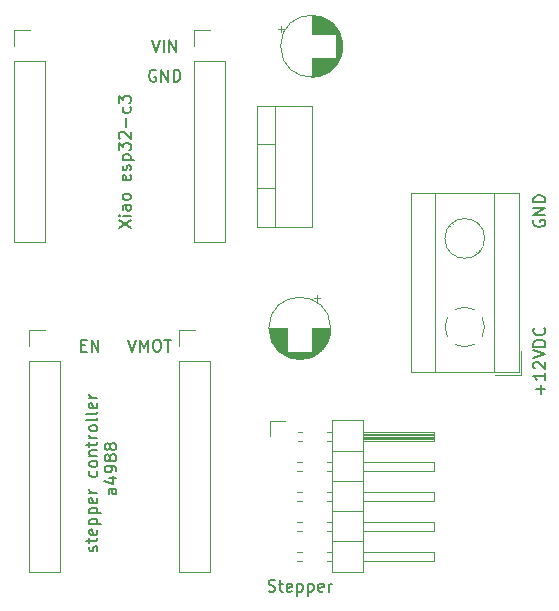
<source format=gto>
G04 #@! TF.GenerationSoftware,KiCad,Pcbnew,7.0.2*
G04 #@! TF.CreationDate,2023-06-02T09:34:51+02:00*
G04 #@! TF.ProjectId,split_flap,73706c69-745f-4666-9c61-702e6b696361,rev?*
G04 #@! TF.SameCoordinates,Original*
G04 #@! TF.FileFunction,Legend,Top*
G04 #@! TF.FilePolarity,Positive*
%FSLAX46Y46*%
G04 Gerber Fmt 4.6, Leading zero omitted, Abs format (unit mm)*
G04 Created by KiCad (PCBNEW 7.0.2) date 2023-06-02 09:34:51*
%MOMM*%
%LPD*%
G01*
G04 APERTURE LIST*
%ADD10C,0.150000*%
%ADD11C,0.120000*%
%ADD12C,3.200000*%
%ADD13R,1.700000X1.700000*%
%ADD14O,1.700000X1.700000*%
%ADD15R,2.500000X2.500000*%
%ADD16C,2.500000*%
%ADD17R,1.600000X1.600000*%
%ADD18C,1.600000*%
%ADD19R,2.000000X1.905000*%
%ADD20O,2.000000X1.905000*%
G04 APERTURE END LIST*
D10*
X80605000Y-88476192D02*
X80652619Y-88380954D01*
X80652619Y-88380954D02*
X80652619Y-88190478D01*
X80652619Y-88190478D02*
X80605000Y-88095240D01*
X80605000Y-88095240D02*
X80509761Y-88047621D01*
X80509761Y-88047621D02*
X80462142Y-88047621D01*
X80462142Y-88047621D02*
X80366904Y-88095240D01*
X80366904Y-88095240D02*
X80319285Y-88190478D01*
X80319285Y-88190478D02*
X80319285Y-88333335D01*
X80319285Y-88333335D02*
X80271666Y-88428573D01*
X80271666Y-88428573D02*
X80176428Y-88476192D01*
X80176428Y-88476192D02*
X80128809Y-88476192D01*
X80128809Y-88476192D02*
X80033571Y-88428573D01*
X80033571Y-88428573D02*
X79985952Y-88333335D01*
X79985952Y-88333335D02*
X79985952Y-88190478D01*
X79985952Y-88190478D02*
X80033571Y-88095240D01*
X79985952Y-87761906D02*
X79985952Y-87380954D01*
X79652619Y-87619049D02*
X80509761Y-87619049D01*
X80509761Y-87619049D02*
X80605000Y-87571430D01*
X80605000Y-87571430D02*
X80652619Y-87476192D01*
X80652619Y-87476192D02*
X80652619Y-87380954D01*
X80605000Y-86666668D02*
X80652619Y-86761906D01*
X80652619Y-86761906D02*
X80652619Y-86952382D01*
X80652619Y-86952382D02*
X80605000Y-87047620D01*
X80605000Y-87047620D02*
X80509761Y-87095239D01*
X80509761Y-87095239D02*
X80128809Y-87095239D01*
X80128809Y-87095239D02*
X80033571Y-87047620D01*
X80033571Y-87047620D02*
X79985952Y-86952382D01*
X79985952Y-86952382D02*
X79985952Y-86761906D01*
X79985952Y-86761906D02*
X80033571Y-86666668D01*
X80033571Y-86666668D02*
X80128809Y-86619049D01*
X80128809Y-86619049D02*
X80224047Y-86619049D01*
X80224047Y-86619049D02*
X80319285Y-87095239D01*
X79985952Y-86190477D02*
X80985952Y-86190477D01*
X80033571Y-86190477D02*
X79985952Y-86095239D01*
X79985952Y-86095239D02*
X79985952Y-85904763D01*
X79985952Y-85904763D02*
X80033571Y-85809525D01*
X80033571Y-85809525D02*
X80081190Y-85761906D01*
X80081190Y-85761906D02*
X80176428Y-85714287D01*
X80176428Y-85714287D02*
X80462142Y-85714287D01*
X80462142Y-85714287D02*
X80557380Y-85761906D01*
X80557380Y-85761906D02*
X80605000Y-85809525D01*
X80605000Y-85809525D02*
X80652619Y-85904763D01*
X80652619Y-85904763D02*
X80652619Y-86095239D01*
X80652619Y-86095239D02*
X80605000Y-86190477D01*
X79985952Y-85285715D02*
X80985952Y-85285715D01*
X80033571Y-85285715D02*
X79985952Y-85190477D01*
X79985952Y-85190477D02*
X79985952Y-85000001D01*
X79985952Y-85000001D02*
X80033571Y-84904763D01*
X80033571Y-84904763D02*
X80081190Y-84857144D01*
X80081190Y-84857144D02*
X80176428Y-84809525D01*
X80176428Y-84809525D02*
X80462142Y-84809525D01*
X80462142Y-84809525D02*
X80557380Y-84857144D01*
X80557380Y-84857144D02*
X80605000Y-84904763D01*
X80605000Y-84904763D02*
X80652619Y-85000001D01*
X80652619Y-85000001D02*
X80652619Y-85190477D01*
X80652619Y-85190477D02*
X80605000Y-85285715D01*
X80605000Y-84000001D02*
X80652619Y-84095239D01*
X80652619Y-84095239D02*
X80652619Y-84285715D01*
X80652619Y-84285715D02*
X80605000Y-84380953D01*
X80605000Y-84380953D02*
X80509761Y-84428572D01*
X80509761Y-84428572D02*
X80128809Y-84428572D01*
X80128809Y-84428572D02*
X80033571Y-84380953D01*
X80033571Y-84380953D02*
X79985952Y-84285715D01*
X79985952Y-84285715D02*
X79985952Y-84095239D01*
X79985952Y-84095239D02*
X80033571Y-84000001D01*
X80033571Y-84000001D02*
X80128809Y-83952382D01*
X80128809Y-83952382D02*
X80224047Y-83952382D01*
X80224047Y-83952382D02*
X80319285Y-84428572D01*
X80652619Y-83523810D02*
X79985952Y-83523810D01*
X80176428Y-83523810D02*
X80081190Y-83476191D01*
X80081190Y-83476191D02*
X80033571Y-83428572D01*
X80033571Y-83428572D02*
X79985952Y-83333334D01*
X79985952Y-83333334D02*
X79985952Y-83238096D01*
X80605000Y-81714286D02*
X80652619Y-81809524D01*
X80652619Y-81809524D02*
X80652619Y-82000000D01*
X80652619Y-82000000D02*
X80605000Y-82095238D01*
X80605000Y-82095238D02*
X80557380Y-82142857D01*
X80557380Y-82142857D02*
X80462142Y-82190476D01*
X80462142Y-82190476D02*
X80176428Y-82190476D01*
X80176428Y-82190476D02*
X80081190Y-82142857D01*
X80081190Y-82142857D02*
X80033571Y-82095238D01*
X80033571Y-82095238D02*
X79985952Y-82000000D01*
X79985952Y-82000000D02*
X79985952Y-81809524D01*
X79985952Y-81809524D02*
X80033571Y-81714286D01*
X80652619Y-81142857D02*
X80605000Y-81238095D01*
X80605000Y-81238095D02*
X80557380Y-81285714D01*
X80557380Y-81285714D02*
X80462142Y-81333333D01*
X80462142Y-81333333D02*
X80176428Y-81333333D01*
X80176428Y-81333333D02*
X80081190Y-81285714D01*
X80081190Y-81285714D02*
X80033571Y-81238095D01*
X80033571Y-81238095D02*
X79985952Y-81142857D01*
X79985952Y-81142857D02*
X79985952Y-81000000D01*
X79985952Y-81000000D02*
X80033571Y-80904762D01*
X80033571Y-80904762D02*
X80081190Y-80857143D01*
X80081190Y-80857143D02*
X80176428Y-80809524D01*
X80176428Y-80809524D02*
X80462142Y-80809524D01*
X80462142Y-80809524D02*
X80557380Y-80857143D01*
X80557380Y-80857143D02*
X80605000Y-80904762D01*
X80605000Y-80904762D02*
X80652619Y-81000000D01*
X80652619Y-81000000D02*
X80652619Y-81142857D01*
X79985952Y-80380952D02*
X80652619Y-80380952D01*
X80081190Y-80380952D02*
X80033571Y-80333333D01*
X80033571Y-80333333D02*
X79985952Y-80238095D01*
X79985952Y-80238095D02*
X79985952Y-80095238D01*
X79985952Y-80095238D02*
X80033571Y-80000000D01*
X80033571Y-80000000D02*
X80128809Y-79952381D01*
X80128809Y-79952381D02*
X80652619Y-79952381D01*
X79985952Y-79619047D02*
X79985952Y-79238095D01*
X79652619Y-79476190D02*
X80509761Y-79476190D01*
X80509761Y-79476190D02*
X80605000Y-79428571D01*
X80605000Y-79428571D02*
X80652619Y-79333333D01*
X80652619Y-79333333D02*
X80652619Y-79238095D01*
X80652619Y-78904761D02*
X79985952Y-78904761D01*
X80176428Y-78904761D02*
X80081190Y-78857142D01*
X80081190Y-78857142D02*
X80033571Y-78809523D01*
X80033571Y-78809523D02*
X79985952Y-78714285D01*
X79985952Y-78714285D02*
X79985952Y-78619047D01*
X80652619Y-78142856D02*
X80605000Y-78238094D01*
X80605000Y-78238094D02*
X80557380Y-78285713D01*
X80557380Y-78285713D02*
X80462142Y-78333332D01*
X80462142Y-78333332D02*
X80176428Y-78333332D01*
X80176428Y-78333332D02*
X80081190Y-78285713D01*
X80081190Y-78285713D02*
X80033571Y-78238094D01*
X80033571Y-78238094D02*
X79985952Y-78142856D01*
X79985952Y-78142856D02*
X79985952Y-77999999D01*
X79985952Y-77999999D02*
X80033571Y-77904761D01*
X80033571Y-77904761D02*
X80081190Y-77857142D01*
X80081190Y-77857142D02*
X80176428Y-77809523D01*
X80176428Y-77809523D02*
X80462142Y-77809523D01*
X80462142Y-77809523D02*
X80557380Y-77857142D01*
X80557380Y-77857142D02*
X80605000Y-77904761D01*
X80605000Y-77904761D02*
X80652619Y-77999999D01*
X80652619Y-77999999D02*
X80652619Y-78142856D01*
X80652619Y-77238094D02*
X80605000Y-77333332D01*
X80605000Y-77333332D02*
X80509761Y-77380951D01*
X80509761Y-77380951D02*
X79652619Y-77380951D01*
X80652619Y-76714284D02*
X80605000Y-76809522D01*
X80605000Y-76809522D02*
X80509761Y-76857141D01*
X80509761Y-76857141D02*
X79652619Y-76857141D01*
X80605000Y-75952379D02*
X80652619Y-76047617D01*
X80652619Y-76047617D02*
X80652619Y-76238093D01*
X80652619Y-76238093D02*
X80605000Y-76333331D01*
X80605000Y-76333331D02*
X80509761Y-76380950D01*
X80509761Y-76380950D02*
X80128809Y-76380950D01*
X80128809Y-76380950D02*
X80033571Y-76333331D01*
X80033571Y-76333331D02*
X79985952Y-76238093D01*
X79985952Y-76238093D02*
X79985952Y-76047617D01*
X79985952Y-76047617D02*
X80033571Y-75952379D01*
X80033571Y-75952379D02*
X80128809Y-75904760D01*
X80128809Y-75904760D02*
X80224047Y-75904760D01*
X80224047Y-75904760D02*
X80319285Y-76380950D01*
X80652619Y-75476188D02*
X79985952Y-75476188D01*
X80176428Y-75476188D02*
X80081190Y-75428569D01*
X80081190Y-75428569D02*
X80033571Y-75380950D01*
X80033571Y-75380950D02*
X79985952Y-75285712D01*
X79985952Y-75285712D02*
X79985952Y-75190474D01*
X82272619Y-83190476D02*
X81748809Y-83190476D01*
X81748809Y-83190476D02*
X81653571Y-83238095D01*
X81653571Y-83238095D02*
X81605952Y-83333333D01*
X81605952Y-83333333D02*
X81605952Y-83523809D01*
X81605952Y-83523809D02*
X81653571Y-83619047D01*
X82225000Y-83190476D02*
X82272619Y-83285714D01*
X82272619Y-83285714D02*
X82272619Y-83523809D01*
X82272619Y-83523809D02*
X82225000Y-83619047D01*
X82225000Y-83619047D02*
X82129761Y-83666666D01*
X82129761Y-83666666D02*
X82034523Y-83666666D01*
X82034523Y-83666666D02*
X81939285Y-83619047D01*
X81939285Y-83619047D02*
X81891666Y-83523809D01*
X81891666Y-83523809D02*
X81891666Y-83285714D01*
X81891666Y-83285714D02*
X81844047Y-83190476D01*
X81605952Y-82285714D02*
X82272619Y-82285714D01*
X81225000Y-82523809D02*
X81939285Y-82761904D01*
X81939285Y-82761904D02*
X81939285Y-82142857D01*
X82272619Y-81714285D02*
X82272619Y-81523809D01*
X82272619Y-81523809D02*
X82225000Y-81428571D01*
X82225000Y-81428571D02*
X82177380Y-81380952D01*
X82177380Y-81380952D02*
X82034523Y-81285714D01*
X82034523Y-81285714D02*
X81844047Y-81238095D01*
X81844047Y-81238095D02*
X81463095Y-81238095D01*
X81463095Y-81238095D02*
X81367857Y-81285714D01*
X81367857Y-81285714D02*
X81320238Y-81333333D01*
X81320238Y-81333333D02*
X81272619Y-81428571D01*
X81272619Y-81428571D02*
X81272619Y-81619047D01*
X81272619Y-81619047D02*
X81320238Y-81714285D01*
X81320238Y-81714285D02*
X81367857Y-81761904D01*
X81367857Y-81761904D02*
X81463095Y-81809523D01*
X81463095Y-81809523D02*
X81701190Y-81809523D01*
X81701190Y-81809523D02*
X81796428Y-81761904D01*
X81796428Y-81761904D02*
X81844047Y-81714285D01*
X81844047Y-81714285D02*
X81891666Y-81619047D01*
X81891666Y-81619047D02*
X81891666Y-81428571D01*
X81891666Y-81428571D02*
X81844047Y-81333333D01*
X81844047Y-81333333D02*
X81796428Y-81285714D01*
X81796428Y-81285714D02*
X81701190Y-81238095D01*
X81701190Y-80666666D02*
X81653571Y-80761904D01*
X81653571Y-80761904D02*
X81605952Y-80809523D01*
X81605952Y-80809523D02*
X81510714Y-80857142D01*
X81510714Y-80857142D02*
X81463095Y-80857142D01*
X81463095Y-80857142D02*
X81367857Y-80809523D01*
X81367857Y-80809523D02*
X81320238Y-80761904D01*
X81320238Y-80761904D02*
X81272619Y-80666666D01*
X81272619Y-80666666D02*
X81272619Y-80476190D01*
X81272619Y-80476190D02*
X81320238Y-80380952D01*
X81320238Y-80380952D02*
X81367857Y-80333333D01*
X81367857Y-80333333D02*
X81463095Y-80285714D01*
X81463095Y-80285714D02*
X81510714Y-80285714D01*
X81510714Y-80285714D02*
X81605952Y-80333333D01*
X81605952Y-80333333D02*
X81653571Y-80380952D01*
X81653571Y-80380952D02*
X81701190Y-80476190D01*
X81701190Y-80476190D02*
X81701190Y-80666666D01*
X81701190Y-80666666D02*
X81748809Y-80761904D01*
X81748809Y-80761904D02*
X81796428Y-80809523D01*
X81796428Y-80809523D02*
X81891666Y-80857142D01*
X81891666Y-80857142D02*
X82082142Y-80857142D01*
X82082142Y-80857142D02*
X82177380Y-80809523D01*
X82177380Y-80809523D02*
X82225000Y-80761904D01*
X82225000Y-80761904D02*
X82272619Y-80666666D01*
X82272619Y-80666666D02*
X82272619Y-80476190D01*
X82272619Y-80476190D02*
X82225000Y-80380952D01*
X82225000Y-80380952D02*
X82177380Y-80333333D01*
X82177380Y-80333333D02*
X82082142Y-80285714D01*
X82082142Y-80285714D02*
X81891666Y-80285714D01*
X81891666Y-80285714D02*
X81796428Y-80333333D01*
X81796428Y-80333333D02*
X81748809Y-80380952D01*
X81748809Y-80380952D02*
X81701190Y-80476190D01*
X81701190Y-79714285D02*
X81653571Y-79809523D01*
X81653571Y-79809523D02*
X81605952Y-79857142D01*
X81605952Y-79857142D02*
X81510714Y-79904761D01*
X81510714Y-79904761D02*
X81463095Y-79904761D01*
X81463095Y-79904761D02*
X81367857Y-79857142D01*
X81367857Y-79857142D02*
X81320238Y-79809523D01*
X81320238Y-79809523D02*
X81272619Y-79714285D01*
X81272619Y-79714285D02*
X81272619Y-79523809D01*
X81272619Y-79523809D02*
X81320238Y-79428571D01*
X81320238Y-79428571D02*
X81367857Y-79380952D01*
X81367857Y-79380952D02*
X81463095Y-79333333D01*
X81463095Y-79333333D02*
X81510714Y-79333333D01*
X81510714Y-79333333D02*
X81605952Y-79380952D01*
X81605952Y-79380952D02*
X81653571Y-79428571D01*
X81653571Y-79428571D02*
X81701190Y-79523809D01*
X81701190Y-79523809D02*
X81701190Y-79714285D01*
X81701190Y-79714285D02*
X81748809Y-79809523D01*
X81748809Y-79809523D02*
X81796428Y-79857142D01*
X81796428Y-79857142D02*
X81891666Y-79904761D01*
X81891666Y-79904761D02*
X82082142Y-79904761D01*
X82082142Y-79904761D02*
X82177380Y-79857142D01*
X82177380Y-79857142D02*
X82225000Y-79809523D01*
X82225000Y-79809523D02*
X82272619Y-79714285D01*
X82272619Y-79714285D02*
X82272619Y-79523809D01*
X82272619Y-79523809D02*
X82225000Y-79428571D01*
X82225000Y-79428571D02*
X82177380Y-79380952D01*
X82177380Y-79380952D02*
X82082142Y-79333333D01*
X82082142Y-79333333D02*
X81891666Y-79333333D01*
X81891666Y-79333333D02*
X81796428Y-79380952D01*
X81796428Y-79380952D02*
X81748809Y-79428571D01*
X81748809Y-79428571D02*
X81701190Y-79523809D01*
X83280476Y-70582619D02*
X83613809Y-71582619D01*
X83613809Y-71582619D02*
X83947142Y-70582619D01*
X84280476Y-71582619D02*
X84280476Y-70582619D01*
X84280476Y-70582619D02*
X84613809Y-71296904D01*
X84613809Y-71296904D02*
X84947142Y-70582619D01*
X84947142Y-70582619D02*
X84947142Y-71582619D01*
X85613809Y-70582619D02*
X85804285Y-70582619D01*
X85804285Y-70582619D02*
X85899523Y-70630238D01*
X85899523Y-70630238D02*
X85994761Y-70725476D01*
X85994761Y-70725476D02*
X86042380Y-70915952D01*
X86042380Y-70915952D02*
X86042380Y-71249285D01*
X86042380Y-71249285D02*
X85994761Y-71439761D01*
X85994761Y-71439761D02*
X85899523Y-71535000D01*
X85899523Y-71535000D02*
X85804285Y-71582619D01*
X85804285Y-71582619D02*
X85613809Y-71582619D01*
X85613809Y-71582619D02*
X85518571Y-71535000D01*
X85518571Y-71535000D02*
X85423333Y-71439761D01*
X85423333Y-71439761D02*
X85375714Y-71249285D01*
X85375714Y-71249285D02*
X85375714Y-70915952D01*
X85375714Y-70915952D02*
X85423333Y-70725476D01*
X85423333Y-70725476D02*
X85518571Y-70630238D01*
X85518571Y-70630238D02*
X85613809Y-70582619D01*
X86328095Y-70582619D02*
X86899523Y-70582619D01*
X86613809Y-71582619D02*
X86613809Y-70582619D01*
X117620238Y-60451904D02*
X117572619Y-60547142D01*
X117572619Y-60547142D02*
X117572619Y-60689999D01*
X117572619Y-60689999D02*
X117620238Y-60832856D01*
X117620238Y-60832856D02*
X117715476Y-60928094D01*
X117715476Y-60928094D02*
X117810714Y-60975713D01*
X117810714Y-60975713D02*
X118001190Y-61023332D01*
X118001190Y-61023332D02*
X118144047Y-61023332D01*
X118144047Y-61023332D02*
X118334523Y-60975713D01*
X118334523Y-60975713D02*
X118429761Y-60928094D01*
X118429761Y-60928094D02*
X118525000Y-60832856D01*
X118525000Y-60832856D02*
X118572619Y-60689999D01*
X118572619Y-60689999D02*
X118572619Y-60594761D01*
X118572619Y-60594761D02*
X118525000Y-60451904D01*
X118525000Y-60451904D02*
X118477380Y-60404285D01*
X118477380Y-60404285D02*
X118144047Y-60404285D01*
X118144047Y-60404285D02*
X118144047Y-60594761D01*
X118572619Y-59975713D02*
X117572619Y-59975713D01*
X117572619Y-59975713D02*
X118572619Y-59404285D01*
X118572619Y-59404285D02*
X117572619Y-59404285D01*
X118572619Y-58928094D02*
X117572619Y-58928094D01*
X117572619Y-58928094D02*
X117572619Y-58689999D01*
X117572619Y-58689999D02*
X117620238Y-58547142D01*
X117620238Y-58547142D02*
X117715476Y-58451904D01*
X117715476Y-58451904D02*
X117810714Y-58404285D01*
X117810714Y-58404285D02*
X118001190Y-58356666D01*
X118001190Y-58356666D02*
X118144047Y-58356666D01*
X118144047Y-58356666D02*
X118334523Y-58404285D01*
X118334523Y-58404285D02*
X118429761Y-58451904D01*
X118429761Y-58451904D02*
X118525000Y-58547142D01*
X118525000Y-58547142D02*
X118572619Y-58689999D01*
X118572619Y-58689999D02*
X118572619Y-58928094D01*
X85264762Y-45182619D02*
X85598095Y-46182619D01*
X85598095Y-46182619D02*
X85931428Y-45182619D01*
X86264762Y-46182619D02*
X86264762Y-45182619D01*
X86740952Y-46182619D02*
X86740952Y-45182619D01*
X86740952Y-45182619D02*
X87312380Y-46182619D01*
X87312380Y-46182619D02*
X87312380Y-45182619D01*
X95147142Y-91855000D02*
X95289999Y-91902619D01*
X95289999Y-91902619D02*
X95528094Y-91902619D01*
X95528094Y-91902619D02*
X95623332Y-91855000D01*
X95623332Y-91855000D02*
X95670951Y-91807380D01*
X95670951Y-91807380D02*
X95718570Y-91712142D01*
X95718570Y-91712142D02*
X95718570Y-91616904D01*
X95718570Y-91616904D02*
X95670951Y-91521666D01*
X95670951Y-91521666D02*
X95623332Y-91474047D01*
X95623332Y-91474047D02*
X95528094Y-91426428D01*
X95528094Y-91426428D02*
X95337618Y-91378809D01*
X95337618Y-91378809D02*
X95242380Y-91331190D01*
X95242380Y-91331190D02*
X95194761Y-91283571D01*
X95194761Y-91283571D02*
X95147142Y-91188333D01*
X95147142Y-91188333D02*
X95147142Y-91093095D01*
X95147142Y-91093095D02*
X95194761Y-90997857D01*
X95194761Y-90997857D02*
X95242380Y-90950238D01*
X95242380Y-90950238D02*
X95337618Y-90902619D01*
X95337618Y-90902619D02*
X95575713Y-90902619D01*
X95575713Y-90902619D02*
X95718570Y-90950238D01*
X96004285Y-91235952D02*
X96385237Y-91235952D01*
X96147142Y-90902619D02*
X96147142Y-91759761D01*
X96147142Y-91759761D02*
X96194761Y-91855000D01*
X96194761Y-91855000D02*
X96289999Y-91902619D01*
X96289999Y-91902619D02*
X96385237Y-91902619D01*
X97099523Y-91855000D02*
X97004285Y-91902619D01*
X97004285Y-91902619D02*
X96813809Y-91902619D01*
X96813809Y-91902619D02*
X96718571Y-91855000D01*
X96718571Y-91855000D02*
X96670952Y-91759761D01*
X96670952Y-91759761D02*
X96670952Y-91378809D01*
X96670952Y-91378809D02*
X96718571Y-91283571D01*
X96718571Y-91283571D02*
X96813809Y-91235952D01*
X96813809Y-91235952D02*
X97004285Y-91235952D01*
X97004285Y-91235952D02*
X97099523Y-91283571D01*
X97099523Y-91283571D02*
X97147142Y-91378809D01*
X97147142Y-91378809D02*
X97147142Y-91474047D01*
X97147142Y-91474047D02*
X96670952Y-91569285D01*
X97575714Y-91235952D02*
X97575714Y-92235952D01*
X97575714Y-91283571D02*
X97670952Y-91235952D01*
X97670952Y-91235952D02*
X97861428Y-91235952D01*
X97861428Y-91235952D02*
X97956666Y-91283571D01*
X97956666Y-91283571D02*
X98004285Y-91331190D01*
X98004285Y-91331190D02*
X98051904Y-91426428D01*
X98051904Y-91426428D02*
X98051904Y-91712142D01*
X98051904Y-91712142D02*
X98004285Y-91807380D01*
X98004285Y-91807380D02*
X97956666Y-91855000D01*
X97956666Y-91855000D02*
X97861428Y-91902619D01*
X97861428Y-91902619D02*
X97670952Y-91902619D01*
X97670952Y-91902619D02*
X97575714Y-91855000D01*
X98480476Y-91235952D02*
X98480476Y-92235952D01*
X98480476Y-91283571D02*
X98575714Y-91235952D01*
X98575714Y-91235952D02*
X98766190Y-91235952D01*
X98766190Y-91235952D02*
X98861428Y-91283571D01*
X98861428Y-91283571D02*
X98909047Y-91331190D01*
X98909047Y-91331190D02*
X98956666Y-91426428D01*
X98956666Y-91426428D02*
X98956666Y-91712142D01*
X98956666Y-91712142D02*
X98909047Y-91807380D01*
X98909047Y-91807380D02*
X98861428Y-91855000D01*
X98861428Y-91855000D02*
X98766190Y-91902619D01*
X98766190Y-91902619D02*
X98575714Y-91902619D01*
X98575714Y-91902619D02*
X98480476Y-91855000D01*
X99766190Y-91855000D02*
X99670952Y-91902619D01*
X99670952Y-91902619D02*
X99480476Y-91902619D01*
X99480476Y-91902619D02*
X99385238Y-91855000D01*
X99385238Y-91855000D02*
X99337619Y-91759761D01*
X99337619Y-91759761D02*
X99337619Y-91378809D01*
X99337619Y-91378809D02*
X99385238Y-91283571D01*
X99385238Y-91283571D02*
X99480476Y-91235952D01*
X99480476Y-91235952D02*
X99670952Y-91235952D01*
X99670952Y-91235952D02*
X99766190Y-91283571D01*
X99766190Y-91283571D02*
X99813809Y-91378809D01*
X99813809Y-91378809D02*
X99813809Y-91474047D01*
X99813809Y-91474047D02*
X99337619Y-91569285D01*
X100242381Y-91902619D02*
X100242381Y-91235952D01*
X100242381Y-91426428D02*
X100290000Y-91331190D01*
X100290000Y-91331190D02*
X100337619Y-91283571D01*
X100337619Y-91283571D02*
X100432857Y-91235952D01*
X100432857Y-91235952D02*
X100528095Y-91235952D01*
X79271905Y-71058809D02*
X79605238Y-71058809D01*
X79748095Y-71582619D02*
X79271905Y-71582619D01*
X79271905Y-71582619D02*
X79271905Y-70582619D01*
X79271905Y-70582619D02*
X79748095Y-70582619D01*
X80176667Y-71582619D02*
X80176667Y-70582619D01*
X80176667Y-70582619D02*
X80748095Y-71582619D01*
X80748095Y-71582619D02*
X80748095Y-70582619D01*
X85598095Y-47770238D02*
X85502857Y-47722619D01*
X85502857Y-47722619D02*
X85360000Y-47722619D01*
X85360000Y-47722619D02*
X85217143Y-47770238D01*
X85217143Y-47770238D02*
X85121905Y-47865476D01*
X85121905Y-47865476D02*
X85074286Y-47960714D01*
X85074286Y-47960714D02*
X85026667Y-48151190D01*
X85026667Y-48151190D02*
X85026667Y-48294047D01*
X85026667Y-48294047D02*
X85074286Y-48484523D01*
X85074286Y-48484523D02*
X85121905Y-48579761D01*
X85121905Y-48579761D02*
X85217143Y-48675000D01*
X85217143Y-48675000D02*
X85360000Y-48722619D01*
X85360000Y-48722619D02*
X85455238Y-48722619D01*
X85455238Y-48722619D02*
X85598095Y-48675000D01*
X85598095Y-48675000D02*
X85645714Y-48627380D01*
X85645714Y-48627380D02*
X85645714Y-48294047D01*
X85645714Y-48294047D02*
X85455238Y-48294047D01*
X86074286Y-48722619D02*
X86074286Y-47722619D01*
X86074286Y-47722619D02*
X86645714Y-48722619D01*
X86645714Y-48722619D02*
X86645714Y-47722619D01*
X87121905Y-48722619D02*
X87121905Y-47722619D01*
X87121905Y-47722619D02*
X87360000Y-47722619D01*
X87360000Y-47722619D02*
X87502857Y-47770238D01*
X87502857Y-47770238D02*
X87598095Y-47865476D01*
X87598095Y-47865476D02*
X87645714Y-47960714D01*
X87645714Y-47960714D02*
X87693333Y-48151190D01*
X87693333Y-48151190D02*
X87693333Y-48294047D01*
X87693333Y-48294047D02*
X87645714Y-48484523D01*
X87645714Y-48484523D02*
X87598095Y-48579761D01*
X87598095Y-48579761D02*
X87502857Y-48675000D01*
X87502857Y-48675000D02*
X87360000Y-48722619D01*
X87360000Y-48722619D02*
X87121905Y-48722619D01*
X118191666Y-75151904D02*
X118191666Y-74390000D01*
X118572619Y-74770952D02*
X117810714Y-74770952D01*
X118572619Y-73390000D02*
X118572619Y-73961428D01*
X118572619Y-73675714D02*
X117572619Y-73675714D01*
X117572619Y-73675714D02*
X117715476Y-73770952D01*
X117715476Y-73770952D02*
X117810714Y-73866190D01*
X117810714Y-73866190D02*
X117858333Y-73961428D01*
X117667857Y-73009047D02*
X117620238Y-72961428D01*
X117620238Y-72961428D02*
X117572619Y-72866190D01*
X117572619Y-72866190D02*
X117572619Y-72628095D01*
X117572619Y-72628095D02*
X117620238Y-72532857D01*
X117620238Y-72532857D02*
X117667857Y-72485238D01*
X117667857Y-72485238D02*
X117763095Y-72437619D01*
X117763095Y-72437619D02*
X117858333Y-72437619D01*
X117858333Y-72437619D02*
X118001190Y-72485238D01*
X118001190Y-72485238D02*
X118572619Y-73056666D01*
X118572619Y-73056666D02*
X118572619Y-72437619D01*
X117572619Y-72151904D02*
X118572619Y-71818571D01*
X118572619Y-71818571D02*
X117572619Y-71485238D01*
X118572619Y-71151904D02*
X117572619Y-71151904D01*
X117572619Y-71151904D02*
X117572619Y-70913809D01*
X117572619Y-70913809D02*
X117620238Y-70770952D01*
X117620238Y-70770952D02*
X117715476Y-70675714D01*
X117715476Y-70675714D02*
X117810714Y-70628095D01*
X117810714Y-70628095D02*
X118001190Y-70580476D01*
X118001190Y-70580476D02*
X118144047Y-70580476D01*
X118144047Y-70580476D02*
X118334523Y-70628095D01*
X118334523Y-70628095D02*
X118429761Y-70675714D01*
X118429761Y-70675714D02*
X118525000Y-70770952D01*
X118525000Y-70770952D02*
X118572619Y-70913809D01*
X118572619Y-70913809D02*
X118572619Y-71151904D01*
X118477380Y-69580476D02*
X118525000Y-69628095D01*
X118525000Y-69628095D02*
X118572619Y-69770952D01*
X118572619Y-69770952D02*
X118572619Y-69866190D01*
X118572619Y-69866190D02*
X118525000Y-70009047D01*
X118525000Y-70009047D02*
X118429761Y-70104285D01*
X118429761Y-70104285D02*
X118334523Y-70151904D01*
X118334523Y-70151904D02*
X118144047Y-70199523D01*
X118144047Y-70199523D02*
X118001190Y-70199523D01*
X118001190Y-70199523D02*
X117810714Y-70151904D01*
X117810714Y-70151904D02*
X117715476Y-70104285D01*
X117715476Y-70104285D02*
X117620238Y-70009047D01*
X117620238Y-70009047D02*
X117572619Y-69866190D01*
X117572619Y-69866190D02*
X117572619Y-69770952D01*
X117572619Y-69770952D02*
X117620238Y-69628095D01*
X117620238Y-69628095D02*
X117667857Y-69580476D01*
X82462619Y-61119047D02*
X83462619Y-60452381D01*
X82462619Y-60452381D02*
X83462619Y-61119047D01*
X83462619Y-60071428D02*
X82795952Y-60071428D01*
X82462619Y-60071428D02*
X82510238Y-60119047D01*
X82510238Y-60119047D02*
X82557857Y-60071428D01*
X82557857Y-60071428D02*
X82510238Y-60023809D01*
X82510238Y-60023809D02*
X82462619Y-60071428D01*
X82462619Y-60071428D02*
X82557857Y-60071428D01*
X83462619Y-59166667D02*
X82938809Y-59166667D01*
X82938809Y-59166667D02*
X82843571Y-59214286D01*
X82843571Y-59214286D02*
X82795952Y-59309524D01*
X82795952Y-59309524D02*
X82795952Y-59500000D01*
X82795952Y-59500000D02*
X82843571Y-59595238D01*
X83415000Y-59166667D02*
X83462619Y-59261905D01*
X83462619Y-59261905D02*
X83462619Y-59500000D01*
X83462619Y-59500000D02*
X83415000Y-59595238D01*
X83415000Y-59595238D02*
X83319761Y-59642857D01*
X83319761Y-59642857D02*
X83224523Y-59642857D01*
X83224523Y-59642857D02*
X83129285Y-59595238D01*
X83129285Y-59595238D02*
X83081666Y-59500000D01*
X83081666Y-59500000D02*
X83081666Y-59261905D01*
X83081666Y-59261905D02*
X83034047Y-59166667D01*
X83462619Y-58547619D02*
X83415000Y-58642857D01*
X83415000Y-58642857D02*
X83367380Y-58690476D01*
X83367380Y-58690476D02*
X83272142Y-58738095D01*
X83272142Y-58738095D02*
X82986428Y-58738095D01*
X82986428Y-58738095D02*
X82891190Y-58690476D01*
X82891190Y-58690476D02*
X82843571Y-58642857D01*
X82843571Y-58642857D02*
X82795952Y-58547619D01*
X82795952Y-58547619D02*
X82795952Y-58404762D01*
X82795952Y-58404762D02*
X82843571Y-58309524D01*
X82843571Y-58309524D02*
X82891190Y-58261905D01*
X82891190Y-58261905D02*
X82986428Y-58214286D01*
X82986428Y-58214286D02*
X83272142Y-58214286D01*
X83272142Y-58214286D02*
X83367380Y-58261905D01*
X83367380Y-58261905D02*
X83415000Y-58309524D01*
X83415000Y-58309524D02*
X83462619Y-58404762D01*
X83462619Y-58404762D02*
X83462619Y-58547619D01*
X83415000Y-56642857D02*
X83462619Y-56738095D01*
X83462619Y-56738095D02*
X83462619Y-56928571D01*
X83462619Y-56928571D02*
X83415000Y-57023809D01*
X83415000Y-57023809D02*
X83319761Y-57071428D01*
X83319761Y-57071428D02*
X82938809Y-57071428D01*
X82938809Y-57071428D02*
X82843571Y-57023809D01*
X82843571Y-57023809D02*
X82795952Y-56928571D01*
X82795952Y-56928571D02*
X82795952Y-56738095D01*
X82795952Y-56738095D02*
X82843571Y-56642857D01*
X82843571Y-56642857D02*
X82938809Y-56595238D01*
X82938809Y-56595238D02*
X83034047Y-56595238D01*
X83034047Y-56595238D02*
X83129285Y-57071428D01*
X83415000Y-56214285D02*
X83462619Y-56119047D01*
X83462619Y-56119047D02*
X83462619Y-55928571D01*
X83462619Y-55928571D02*
X83415000Y-55833333D01*
X83415000Y-55833333D02*
X83319761Y-55785714D01*
X83319761Y-55785714D02*
X83272142Y-55785714D01*
X83272142Y-55785714D02*
X83176904Y-55833333D01*
X83176904Y-55833333D02*
X83129285Y-55928571D01*
X83129285Y-55928571D02*
X83129285Y-56071428D01*
X83129285Y-56071428D02*
X83081666Y-56166666D01*
X83081666Y-56166666D02*
X82986428Y-56214285D01*
X82986428Y-56214285D02*
X82938809Y-56214285D01*
X82938809Y-56214285D02*
X82843571Y-56166666D01*
X82843571Y-56166666D02*
X82795952Y-56071428D01*
X82795952Y-56071428D02*
X82795952Y-55928571D01*
X82795952Y-55928571D02*
X82843571Y-55833333D01*
X82795952Y-55357142D02*
X83795952Y-55357142D01*
X82843571Y-55357142D02*
X82795952Y-55261904D01*
X82795952Y-55261904D02*
X82795952Y-55071428D01*
X82795952Y-55071428D02*
X82843571Y-54976190D01*
X82843571Y-54976190D02*
X82891190Y-54928571D01*
X82891190Y-54928571D02*
X82986428Y-54880952D01*
X82986428Y-54880952D02*
X83272142Y-54880952D01*
X83272142Y-54880952D02*
X83367380Y-54928571D01*
X83367380Y-54928571D02*
X83415000Y-54976190D01*
X83415000Y-54976190D02*
X83462619Y-55071428D01*
X83462619Y-55071428D02*
X83462619Y-55261904D01*
X83462619Y-55261904D02*
X83415000Y-55357142D01*
X82462619Y-54547618D02*
X82462619Y-53928571D01*
X82462619Y-53928571D02*
X82843571Y-54261904D01*
X82843571Y-54261904D02*
X82843571Y-54119047D01*
X82843571Y-54119047D02*
X82891190Y-54023809D01*
X82891190Y-54023809D02*
X82938809Y-53976190D01*
X82938809Y-53976190D02*
X83034047Y-53928571D01*
X83034047Y-53928571D02*
X83272142Y-53928571D01*
X83272142Y-53928571D02*
X83367380Y-53976190D01*
X83367380Y-53976190D02*
X83415000Y-54023809D01*
X83415000Y-54023809D02*
X83462619Y-54119047D01*
X83462619Y-54119047D02*
X83462619Y-54404761D01*
X83462619Y-54404761D02*
X83415000Y-54499999D01*
X83415000Y-54499999D02*
X83367380Y-54547618D01*
X82557857Y-53547618D02*
X82510238Y-53499999D01*
X82510238Y-53499999D02*
X82462619Y-53404761D01*
X82462619Y-53404761D02*
X82462619Y-53166666D01*
X82462619Y-53166666D02*
X82510238Y-53071428D01*
X82510238Y-53071428D02*
X82557857Y-53023809D01*
X82557857Y-53023809D02*
X82653095Y-52976190D01*
X82653095Y-52976190D02*
X82748333Y-52976190D01*
X82748333Y-52976190D02*
X82891190Y-53023809D01*
X82891190Y-53023809D02*
X83462619Y-53595237D01*
X83462619Y-53595237D02*
X83462619Y-52976190D01*
X83081666Y-52547618D02*
X83081666Y-51785714D01*
X83415000Y-50880952D02*
X83462619Y-50976190D01*
X83462619Y-50976190D02*
X83462619Y-51166666D01*
X83462619Y-51166666D02*
X83415000Y-51261904D01*
X83415000Y-51261904D02*
X83367380Y-51309523D01*
X83367380Y-51309523D02*
X83272142Y-51357142D01*
X83272142Y-51357142D02*
X82986428Y-51357142D01*
X82986428Y-51357142D02*
X82891190Y-51309523D01*
X82891190Y-51309523D02*
X82843571Y-51261904D01*
X82843571Y-51261904D02*
X82795952Y-51166666D01*
X82795952Y-51166666D02*
X82795952Y-50976190D01*
X82795952Y-50976190D02*
X82843571Y-50880952D01*
X82462619Y-50547618D02*
X82462619Y-49928571D01*
X82462619Y-49928571D02*
X82843571Y-50261904D01*
X82843571Y-50261904D02*
X82843571Y-50119047D01*
X82843571Y-50119047D02*
X82891190Y-50023809D01*
X82891190Y-50023809D02*
X82938809Y-49976190D01*
X82938809Y-49976190D02*
X83034047Y-49928571D01*
X83034047Y-49928571D02*
X83272142Y-49928571D01*
X83272142Y-49928571D02*
X83367380Y-49976190D01*
X83367380Y-49976190D02*
X83415000Y-50023809D01*
X83415000Y-50023809D02*
X83462619Y-50119047D01*
X83462619Y-50119047D02*
X83462619Y-50404761D01*
X83462619Y-50404761D02*
X83415000Y-50499999D01*
X83415000Y-50499999D02*
X83367380Y-50547618D01*
D11*
X74870000Y-69790000D02*
X76200000Y-69790000D01*
X74870000Y-71120000D02*
X74870000Y-69790000D01*
X74870000Y-72390000D02*
X74870000Y-90230000D01*
X74870000Y-72390000D02*
X77530000Y-72390000D01*
X74870000Y-90230000D02*
X77530000Y-90230000D01*
X77530000Y-72390000D02*
X77530000Y-90230000D01*
X114320000Y-73550000D02*
X116560000Y-73550000D01*
X116560000Y-73550000D02*
X116560000Y-71550000D01*
X107200000Y-73310000D02*
X116320000Y-73310000D01*
X107200000Y-73310000D02*
X107200000Y-58190000D01*
X109260000Y-73310000D02*
X109260000Y-58190000D01*
X114260000Y-73310000D02*
X114260000Y-58190000D01*
X116320000Y-73310000D02*
X116320000Y-58190000D01*
X112736000Y-63180000D02*
X112829000Y-63274000D01*
X112976000Y-63010000D02*
X113034000Y-63069000D01*
X110485000Y-60930000D02*
X110544000Y-60989000D01*
X110691000Y-60725000D02*
X110784000Y-60819000D01*
X107200000Y-58190000D02*
X116320000Y-58190000D01*
X110971000Y-70984000D02*
G75*
G03*
X112549089Y-70983953I789000J1483995D01*
G01*
X110276000Y-68711000D02*
G75*
G03*
X110276047Y-70289089I1483995J-789000D01*
G01*
X113243999Y-70289000D02*
G75*
G03*
X113440449Y-69470617I-1483994J788998D01*
G01*
X113439999Y-69500000D02*
G75*
G03*
X113243351Y-68711288I-1679999J0D01*
G01*
X112549000Y-68016000D02*
G75*
G03*
X110970911Y-68016048I-789000J-1484000D01*
G01*
X113440000Y-62000000D02*
G75*
G03*
X113440000Y-62000000I-1680000J0D01*
G01*
X95985225Y-44245000D02*
X96485225Y-44245000D01*
X96235225Y-43995000D02*
X96235225Y-44495000D01*
X98790000Y-43140000D02*
X98790000Y-44680000D01*
X98790000Y-46760000D02*
X98790000Y-48300000D01*
X98830000Y-43140000D02*
X98830000Y-44680000D01*
X98830000Y-46760000D02*
X98830000Y-48300000D01*
X98870000Y-43141000D02*
X98870000Y-44680000D01*
X98870000Y-46760000D02*
X98870000Y-48299000D01*
X98910000Y-43142000D02*
X98910000Y-44680000D01*
X98910000Y-46760000D02*
X98910000Y-48298000D01*
X98950000Y-43144000D02*
X98950000Y-44680000D01*
X98950000Y-46760000D02*
X98950000Y-48296000D01*
X98990000Y-43147000D02*
X98990000Y-44680000D01*
X98990000Y-46760000D02*
X98990000Y-48293000D01*
X99030000Y-43151000D02*
X99030000Y-44680000D01*
X99030000Y-46760000D02*
X99030000Y-48289000D01*
X99070000Y-43155000D02*
X99070000Y-44680000D01*
X99070000Y-46760000D02*
X99070000Y-48285000D01*
X99110000Y-43159000D02*
X99110000Y-44680000D01*
X99110000Y-46760000D02*
X99110000Y-48281000D01*
X99150000Y-43164000D02*
X99150000Y-44680000D01*
X99150000Y-46760000D02*
X99150000Y-48276000D01*
X99190000Y-43170000D02*
X99190000Y-44680000D01*
X99190000Y-46760000D02*
X99190000Y-48270000D01*
X99230000Y-43177000D02*
X99230000Y-44680000D01*
X99230000Y-46760000D02*
X99230000Y-48263000D01*
X99270000Y-43184000D02*
X99270000Y-44680000D01*
X99270000Y-46760000D02*
X99270000Y-48256000D01*
X99310000Y-43192000D02*
X99310000Y-44680000D01*
X99310000Y-46760000D02*
X99310000Y-48248000D01*
X99350000Y-43200000D02*
X99350000Y-44680000D01*
X99350000Y-46760000D02*
X99350000Y-48240000D01*
X99390000Y-43209000D02*
X99390000Y-44680000D01*
X99390000Y-46760000D02*
X99390000Y-48231000D01*
X99430000Y-43219000D02*
X99430000Y-44680000D01*
X99430000Y-46760000D02*
X99430000Y-48221000D01*
X99470000Y-43229000D02*
X99470000Y-44680000D01*
X99470000Y-46760000D02*
X99470000Y-48211000D01*
X99511000Y-43240000D02*
X99511000Y-44680000D01*
X99511000Y-46760000D02*
X99511000Y-48200000D01*
X99551000Y-43252000D02*
X99551000Y-44680000D01*
X99551000Y-46760000D02*
X99551000Y-48188000D01*
X99591000Y-43265000D02*
X99591000Y-44680000D01*
X99591000Y-46760000D02*
X99591000Y-48175000D01*
X99631000Y-43278000D02*
X99631000Y-44680000D01*
X99631000Y-46760000D02*
X99631000Y-48162000D01*
X99671000Y-43292000D02*
X99671000Y-44680000D01*
X99671000Y-46760000D02*
X99671000Y-48148000D01*
X99711000Y-43306000D02*
X99711000Y-44680000D01*
X99711000Y-46760000D02*
X99711000Y-48134000D01*
X99751000Y-43322000D02*
X99751000Y-44680000D01*
X99751000Y-46760000D02*
X99751000Y-48118000D01*
X99791000Y-43338000D02*
X99791000Y-44680000D01*
X99791000Y-46760000D02*
X99791000Y-48102000D01*
X99831000Y-43355000D02*
X99831000Y-44680000D01*
X99831000Y-46760000D02*
X99831000Y-48085000D01*
X99871000Y-43372000D02*
X99871000Y-44680000D01*
X99871000Y-46760000D02*
X99871000Y-48068000D01*
X99911000Y-43391000D02*
X99911000Y-44680000D01*
X99911000Y-46760000D02*
X99911000Y-48049000D01*
X99951000Y-43410000D02*
X99951000Y-44680000D01*
X99951000Y-46760000D02*
X99951000Y-48030000D01*
X99991000Y-43430000D02*
X99991000Y-44680000D01*
X99991000Y-46760000D02*
X99991000Y-48010000D01*
X100031000Y-43452000D02*
X100031000Y-44680000D01*
X100031000Y-46760000D02*
X100031000Y-47988000D01*
X100071000Y-43473000D02*
X100071000Y-44680000D01*
X100071000Y-46760000D02*
X100071000Y-47967000D01*
X100111000Y-43496000D02*
X100111000Y-44680000D01*
X100111000Y-46760000D02*
X100111000Y-47944000D01*
X100151000Y-43520000D02*
X100151000Y-44680000D01*
X100151000Y-46760000D02*
X100151000Y-47920000D01*
X100191000Y-43545000D02*
X100191000Y-44680000D01*
X100191000Y-46760000D02*
X100191000Y-47895000D01*
X100231000Y-43571000D02*
X100231000Y-44680000D01*
X100231000Y-46760000D02*
X100231000Y-47869000D01*
X100271000Y-43598000D02*
X100271000Y-44680000D01*
X100271000Y-46760000D02*
X100271000Y-47842000D01*
X100311000Y-43625000D02*
X100311000Y-44680000D01*
X100311000Y-46760000D02*
X100311000Y-47815000D01*
X100351000Y-43655000D02*
X100351000Y-44680000D01*
X100351000Y-46760000D02*
X100351000Y-47785000D01*
X100391000Y-43685000D02*
X100391000Y-44680000D01*
X100391000Y-46760000D02*
X100391000Y-47755000D01*
X100431000Y-43716000D02*
X100431000Y-44680000D01*
X100431000Y-46760000D02*
X100431000Y-47724000D01*
X100471000Y-43749000D02*
X100471000Y-44680000D01*
X100471000Y-46760000D02*
X100471000Y-47691000D01*
X100511000Y-43783000D02*
X100511000Y-44680000D01*
X100511000Y-46760000D02*
X100511000Y-47657000D01*
X100551000Y-43819000D02*
X100551000Y-44680000D01*
X100551000Y-46760000D02*
X100551000Y-47621000D01*
X100591000Y-43856000D02*
X100591000Y-44680000D01*
X100591000Y-46760000D02*
X100591000Y-47584000D01*
X100631000Y-43894000D02*
X100631000Y-44680000D01*
X100631000Y-46760000D02*
X100631000Y-47546000D01*
X100671000Y-43935000D02*
X100671000Y-44680000D01*
X100671000Y-46760000D02*
X100671000Y-47505000D01*
X100711000Y-43977000D02*
X100711000Y-44680000D01*
X100711000Y-46760000D02*
X100711000Y-47463000D01*
X100751000Y-44021000D02*
X100751000Y-44680000D01*
X100751000Y-46760000D02*
X100751000Y-47419000D01*
X100791000Y-44067000D02*
X100791000Y-44680000D01*
X100791000Y-46760000D02*
X100791000Y-47373000D01*
X100831000Y-44115000D02*
X100831000Y-47325000D01*
X100871000Y-44166000D02*
X100871000Y-47274000D01*
X100911000Y-44220000D02*
X100911000Y-47220000D01*
X100951000Y-44277000D02*
X100951000Y-47163000D01*
X100991000Y-44337000D02*
X100991000Y-47103000D01*
X101031000Y-44401000D02*
X101031000Y-47039000D01*
X101071000Y-44469000D02*
X101071000Y-46971000D01*
X101111000Y-44542000D02*
X101111000Y-46898000D01*
X101151000Y-44622000D02*
X101151000Y-46818000D01*
X101191000Y-44709000D02*
X101191000Y-46731000D01*
X101231000Y-44805000D02*
X101231000Y-46635000D01*
X101271000Y-44915000D02*
X101271000Y-46525000D01*
X101311000Y-45043000D02*
X101311000Y-46397000D01*
X101351000Y-45202000D02*
X101351000Y-46238000D01*
X101391000Y-45436000D02*
X101391000Y-46004000D01*
X101410000Y-45720000D02*
G75*
G03*
X101410000Y-45720000I-2620000J0D01*
G01*
X99265000Y-66795225D02*
X99265000Y-67295225D01*
X99515000Y-67045225D02*
X99015000Y-67045225D01*
X100370000Y-69600000D02*
X98830000Y-69600000D01*
X96750000Y-69600000D02*
X95210000Y-69600000D01*
X100370000Y-69640000D02*
X98830000Y-69640000D01*
X96750000Y-69640000D02*
X95210000Y-69640000D01*
X100369000Y-69680000D02*
X98830000Y-69680000D01*
X96750000Y-69680000D02*
X95211000Y-69680000D01*
X100368000Y-69720000D02*
X98830000Y-69720000D01*
X96750000Y-69720000D02*
X95212000Y-69720000D01*
X100366000Y-69760000D02*
X98830000Y-69760000D01*
X96750000Y-69760000D02*
X95214000Y-69760000D01*
X100363000Y-69800000D02*
X98830000Y-69800000D01*
X96750000Y-69800000D02*
X95217000Y-69800000D01*
X100359000Y-69840000D02*
X98830000Y-69840000D01*
X96750000Y-69840000D02*
X95221000Y-69840000D01*
X100355000Y-69880000D02*
X98830000Y-69880000D01*
X96750000Y-69880000D02*
X95225000Y-69880000D01*
X100351000Y-69920000D02*
X98830000Y-69920000D01*
X96750000Y-69920000D02*
X95229000Y-69920000D01*
X100346000Y-69960000D02*
X98830000Y-69960000D01*
X96750000Y-69960000D02*
X95234000Y-69960000D01*
X100340000Y-70000000D02*
X98830000Y-70000000D01*
X96750000Y-70000000D02*
X95240000Y-70000000D01*
X100333000Y-70040000D02*
X98830000Y-70040000D01*
X96750000Y-70040000D02*
X95247000Y-70040000D01*
X100326000Y-70080000D02*
X98830000Y-70080000D01*
X96750000Y-70080000D02*
X95254000Y-70080000D01*
X100318000Y-70120000D02*
X98830000Y-70120000D01*
X96750000Y-70120000D02*
X95262000Y-70120000D01*
X100310000Y-70160000D02*
X98830000Y-70160000D01*
X96750000Y-70160000D02*
X95270000Y-70160000D01*
X100301000Y-70200000D02*
X98830000Y-70200000D01*
X96750000Y-70200000D02*
X95279000Y-70200000D01*
X100291000Y-70240000D02*
X98830000Y-70240000D01*
X96750000Y-70240000D02*
X95289000Y-70240000D01*
X100281000Y-70280000D02*
X98830000Y-70280000D01*
X96750000Y-70280000D02*
X95299000Y-70280000D01*
X100270000Y-70321000D02*
X98830000Y-70321000D01*
X96750000Y-70321000D02*
X95310000Y-70321000D01*
X100258000Y-70361000D02*
X98830000Y-70361000D01*
X96750000Y-70361000D02*
X95322000Y-70361000D01*
X100245000Y-70401000D02*
X98830000Y-70401000D01*
X96750000Y-70401000D02*
X95335000Y-70401000D01*
X100232000Y-70441000D02*
X98830000Y-70441000D01*
X96750000Y-70441000D02*
X95348000Y-70441000D01*
X100218000Y-70481000D02*
X98830000Y-70481000D01*
X96750000Y-70481000D02*
X95362000Y-70481000D01*
X100204000Y-70521000D02*
X98830000Y-70521000D01*
X96750000Y-70521000D02*
X95376000Y-70521000D01*
X100188000Y-70561000D02*
X98830000Y-70561000D01*
X96750000Y-70561000D02*
X95392000Y-70561000D01*
X100172000Y-70601000D02*
X98830000Y-70601000D01*
X96750000Y-70601000D02*
X95408000Y-70601000D01*
X100155000Y-70641000D02*
X98830000Y-70641000D01*
X96750000Y-70641000D02*
X95425000Y-70641000D01*
X100138000Y-70681000D02*
X98830000Y-70681000D01*
X96750000Y-70681000D02*
X95442000Y-70681000D01*
X100119000Y-70721000D02*
X98830000Y-70721000D01*
X96750000Y-70721000D02*
X95461000Y-70721000D01*
X100100000Y-70761000D02*
X98830000Y-70761000D01*
X96750000Y-70761000D02*
X95480000Y-70761000D01*
X100080000Y-70801000D02*
X98830000Y-70801000D01*
X96750000Y-70801000D02*
X95500000Y-70801000D01*
X100058000Y-70841000D02*
X98830000Y-70841000D01*
X96750000Y-70841000D02*
X95522000Y-70841000D01*
X100037000Y-70881000D02*
X98830000Y-70881000D01*
X96750000Y-70881000D02*
X95543000Y-70881000D01*
X100014000Y-70921000D02*
X98830000Y-70921000D01*
X96750000Y-70921000D02*
X95566000Y-70921000D01*
X99990000Y-70961000D02*
X98830000Y-70961000D01*
X96750000Y-70961000D02*
X95590000Y-70961000D01*
X99965000Y-71001000D02*
X98830000Y-71001000D01*
X96750000Y-71001000D02*
X95615000Y-71001000D01*
X99939000Y-71041000D02*
X98830000Y-71041000D01*
X96750000Y-71041000D02*
X95641000Y-71041000D01*
X99912000Y-71081000D02*
X98830000Y-71081000D01*
X96750000Y-71081000D02*
X95668000Y-71081000D01*
X99885000Y-71121000D02*
X98830000Y-71121000D01*
X96750000Y-71121000D02*
X95695000Y-71121000D01*
X99855000Y-71161000D02*
X98830000Y-71161000D01*
X96750000Y-71161000D02*
X95725000Y-71161000D01*
X99825000Y-71201000D02*
X98830000Y-71201000D01*
X96750000Y-71201000D02*
X95755000Y-71201000D01*
X99794000Y-71241000D02*
X98830000Y-71241000D01*
X96750000Y-71241000D02*
X95786000Y-71241000D01*
X99761000Y-71281000D02*
X98830000Y-71281000D01*
X96750000Y-71281000D02*
X95819000Y-71281000D01*
X99727000Y-71321000D02*
X98830000Y-71321000D01*
X96750000Y-71321000D02*
X95853000Y-71321000D01*
X99691000Y-71361000D02*
X98830000Y-71361000D01*
X96750000Y-71361000D02*
X95889000Y-71361000D01*
X99654000Y-71401000D02*
X98830000Y-71401000D01*
X96750000Y-71401000D02*
X95926000Y-71401000D01*
X99616000Y-71441000D02*
X98830000Y-71441000D01*
X96750000Y-71441000D02*
X95964000Y-71441000D01*
X99575000Y-71481000D02*
X98830000Y-71481000D01*
X96750000Y-71481000D02*
X96005000Y-71481000D01*
X99533000Y-71521000D02*
X98830000Y-71521000D01*
X96750000Y-71521000D02*
X96047000Y-71521000D01*
X99489000Y-71561000D02*
X98830000Y-71561000D01*
X96750000Y-71561000D02*
X96091000Y-71561000D01*
X99443000Y-71601000D02*
X98830000Y-71601000D01*
X96750000Y-71601000D02*
X96137000Y-71601000D01*
X99395000Y-71641000D02*
X96185000Y-71641000D01*
X99344000Y-71681000D02*
X96236000Y-71681000D01*
X99290000Y-71721000D02*
X96290000Y-71721000D01*
X99233000Y-71761000D02*
X96347000Y-71761000D01*
X99173000Y-71801000D02*
X96407000Y-71801000D01*
X99109000Y-71841000D02*
X96471000Y-71841000D01*
X99041000Y-71881000D02*
X96539000Y-71881000D01*
X98968000Y-71921000D02*
X96612000Y-71921000D01*
X98888000Y-71961000D02*
X96692000Y-71961000D01*
X98801000Y-72001000D02*
X96779000Y-72001000D01*
X98705000Y-72041000D02*
X96875000Y-72041000D01*
X98595000Y-72081000D02*
X96985000Y-72081000D01*
X98467000Y-72121000D02*
X97113000Y-72121000D01*
X98308000Y-72161000D02*
X97272000Y-72161000D01*
X98074000Y-72201000D02*
X97506000Y-72201000D01*
X100410000Y-69600000D02*
G75*
G03*
X100410000Y-69600000I-2620000J0D01*
G01*
X94195000Y-61000000D02*
X98836000Y-61000000D01*
X94195000Y-61000000D02*
X94195000Y-50760000D01*
X95705000Y-61000000D02*
X95705000Y-50760000D01*
X98836000Y-61000000D02*
X98836000Y-50760000D01*
X94195000Y-57730000D02*
X95705000Y-57730000D01*
X94195000Y-54029000D02*
X95705000Y-54029000D01*
X94195000Y-50760000D02*
X98836000Y-50760000D01*
X95250000Y-77470000D02*
X96520000Y-77470000D01*
X95250000Y-78740000D02*
X95250000Y-77470000D01*
X97562929Y-80900000D02*
X98017071Y-80900000D01*
X97562929Y-81660000D02*
X98017071Y-81660000D01*
X97562929Y-83440000D02*
X98017071Y-83440000D01*
X97562929Y-84200000D02*
X98017071Y-84200000D01*
X97562929Y-85980000D02*
X98017071Y-85980000D01*
X97562929Y-86740000D02*
X98017071Y-86740000D01*
X97562929Y-88520000D02*
X98017071Y-88520000D01*
X97562929Y-89280000D02*
X98017071Y-89280000D01*
X97630000Y-78360000D02*
X98017071Y-78360000D01*
X97630000Y-79120000D02*
X98017071Y-79120000D01*
X100102929Y-78360000D02*
X100500000Y-78360000D01*
X100102929Y-79120000D02*
X100500000Y-79120000D01*
X100102929Y-80900000D02*
X100500000Y-80900000D01*
X100102929Y-81660000D02*
X100500000Y-81660000D01*
X100102929Y-83440000D02*
X100500000Y-83440000D01*
X100102929Y-84200000D02*
X100500000Y-84200000D01*
X100102929Y-85980000D02*
X100500000Y-85980000D01*
X100102929Y-86740000D02*
X100500000Y-86740000D01*
X100102929Y-88520000D02*
X100500000Y-88520000D01*
X100102929Y-89280000D02*
X100500000Y-89280000D01*
X100500000Y-77410000D02*
X100500000Y-90230000D01*
X100500000Y-80010000D02*
X103160000Y-80010000D01*
X100500000Y-82550000D02*
X103160000Y-82550000D01*
X100500000Y-85090000D02*
X103160000Y-85090000D01*
X100500000Y-87630000D02*
X103160000Y-87630000D01*
X100500000Y-90230000D02*
X103160000Y-90230000D01*
X103160000Y-77410000D02*
X100500000Y-77410000D01*
X103160000Y-78360000D02*
X109160000Y-78360000D01*
X103160000Y-78420000D02*
X109160000Y-78420000D01*
X103160000Y-78540000D02*
X109160000Y-78540000D01*
X103160000Y-78660000D02*
X109160000Y-78660000D01*
X103160000Y-78780000D02*
X109160000Y-78780000D01*
X103160000Y-78900000D02*
X109160000Y-78900000D01*
X103160000Y-79020000D02*
X109160000Y-79020000D01*
X103160000Y-80900000D02*
X109160000Y-80900000D01*
X103160000Y-83440000D02*
X109160000Y-83440000D01*
X103160000Y-85980000D02*
X109160000Y-85980000D01*
X103160000Y-88520000D02*
X109160000Y-88520000D01*
X103160000Y-90230000D02*
X103160000Y-77410000D01*
X109160000Y-78360000D02*
X109160000Y-79120000D01*
X109160000Y-79120000D02*
X103160000Y-79120000D01*
X109160000Y-80900000D02*
X109160000Y-81660000D01*
X109160000Y-81660000D02*
X103160000Y-81660000D01*
X109160000Y-83440000D02*
X109160000Y-84200000D01*
X109160000Y-84200000D02*
X103160000Y-84200000D01*
X109160000Y-85980000D02*
X109160000Y-86740000D01*
X109160000Y-86740000D02*
X103160000Y-86740000D01*
X109160000Y-88520000D02*
X109160000Y-89280000D01*
X109160000Y-89280000D02*
X103160000Y-89280000D01*
X87570000Y-69790000D02*
X88900000Y-69790000D01*
X87570000Y-71120000D02*
X87570000Y-69790000D01*
X87570000Y-72390000D02*
X87570000Y-90230000D01*
X87570000Y-72390000D02*
X90230000Y-72390000D01*
X87570000Y-90230000D02*
X90230000Y-90230000D01*
X90230000Y-72390000D02*
X90230000Y-90230000D01*
X73600000Y-44390000D02*
X74930000Y-44390000D01*
X73600000Y-45720000D02*
X73600000Y-44390000D01*
X73600000Y-46990000D02*
X73600000Y-62290000D01*
X73600000Y-46990000D02*
X76260000Y-46990000D01*
X73600000Y-62290000D02*
X76260000Y-62290000D01*
X76260000Y-46990000D02*
X76260000Y-62290000D01*
X88840000Y-44390000D02*
X90170000Y-44390000D01*
X88840000Y-45720000D02*
X88840000Y-44390000D01*
X88840000Y-46990000D02*
X88840000Y-62290000D01*
X88840000Y-46990000D02*
X91500000Y-46990000D01*
X88840000Y-62290000D02*
X91500000Y-62290000D01*
X91500000Y-46990000D02*
X91500000Y-62290000D01*
%LPC*%
D12*
X106680000Y-95250000D03*
D13*
X76200000Y-71120000D03*
D14*
X76200000Y-73660000D03*
X76200000Y-76200000D03*
X76200000Y-78740000D03*
X76200000Y-81280000D03*
X76200000Y-83820000D03*
X76200000Y-86360000D03*
X76200000Y-88900000D03*
D15*
X111760000Y-69500000D03*
D16*
X111760000Y-62000000D03*
D17*
X97790000Y-45720000D03*
D18*
X99790000Y-45720000D03*
D17*
X97790000Y-68600000D03*
D18*
X97790000Y-70600000D03*
D12*
X68580000Y-43180000D03*
D19*
X97465000Y-58420000D03*
D20*
X97465000Y-55880000D03*
X97465000Y-53340000D03*
D13*
X96520000Y-78740000D03*
D14*
X99060000Y-78740000D03*
X96520000Y-81280000D03*
X99060000Y-81280000D03*
X96520000Y-83820000D03*
X99060000Y-83820000D03*
X96520000Y-86360000D03*
X99060000Y-86360000D03*
X96520000Y-88900000D03*
X99060000Y-88900000D03*
D13*
X88900000Y-71120000D03*
D14*
X88900000Y-73660000D03*
X88900000Y-76200000D03*
X88900000Y-78740000D03*
X88900000Y-81280000D03*
X88900000Y-83820000D03*
X88900000Y-86360000D03*
X88900000Y-88900000D03*
D13*
X74930000Y-45720000D03*
D14*
X74930000Y-48260000D03*
X74930000Y-50800000D03*
X74930000Y-53340000D03*
X74930000Y-55880000D03*
X74930000Y-58420000D03*
X74930000Y-60960000D03*
D12*
X106680000Y-43180000D03*
X68580000Y-95250000D03*
D13*
X90170000Y-45720000D03*
D14*
X90170000Y-48260000D03*
X90170000Y-50800000D03*
X90170000Y-53340000D03*
X90170000Y-55880000D03*
X90170000Y-58420000D03*
X90170000Y-60960000D03*
%LPD*%
M02*

</source>
